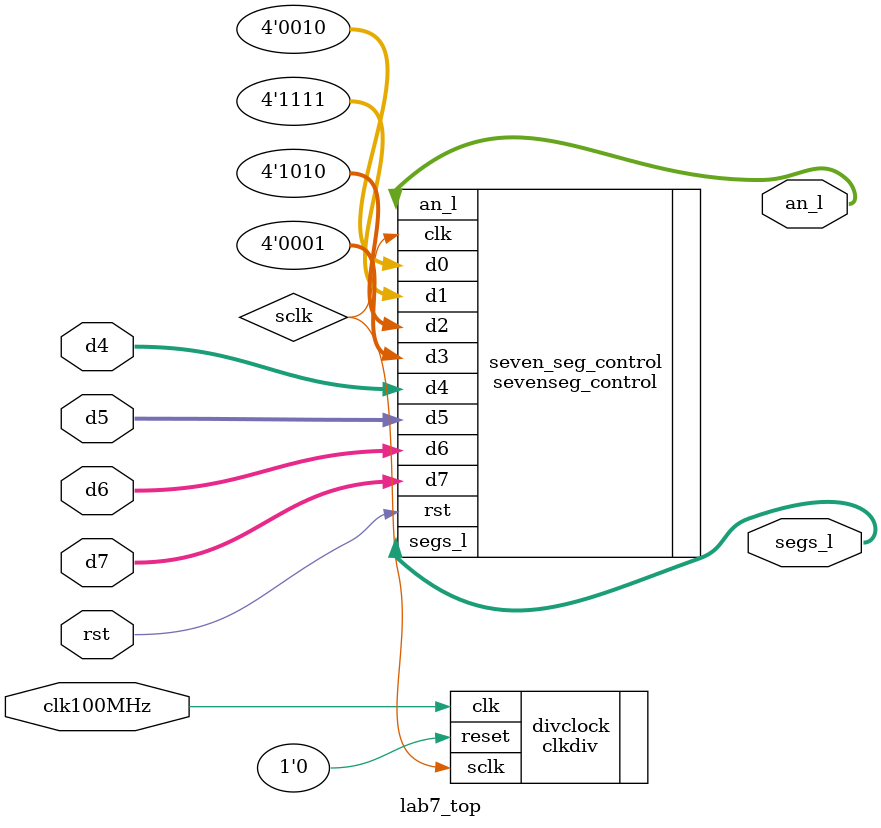
<source format=sv>
`timescale 1ns / 1ps


module lab7_top(input logic clk100MHz, rst, input logic [3:0]  d4, d5, d6, d7,
                output logic [7:0] an_l, output logic [6:0] segs_l);
                
    logic sclk;
    
    clkdiv #(.DIVFREQ(1000)) divclock(.clk(clk100MHz), .reset(1'b0), .sclk);
    sevenseg_control seven_seg_control(.clk(sclk), .rst, .d0(4'b0010), .d1(4'b1111), .d2(4'b1010), .d3(4'b0001), .d4, .d5, .d6, .d7, .an_l, .segs_l);
                
endmodule

</source>
